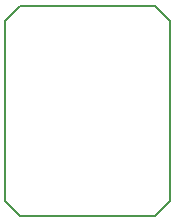
<source format=gm1>
G04 #@! TF.FileFunction,Profile,NP*
%FSLAX46Y46*%
G04 Gerber Fmt 4.6, Leading zero omitted, Abs format (unit mm)*
G04 Created by KiCad (PCBNEW 4.0.4-stable) date 10/18/16 01:23:19*
%MOMM*%
%LPD*%
G01*
G04 APERTURE LIST*
%ADD10C,0.100000*%
%ADD11C,0.150000*%
G04 APERTURE END LIST*
D10*
D11*
X141478000Y-92456000D02*
X141478000Y-107696000D01*
X128778000Y-108966000D02*
X140208000Y-108966000D01*
X127508000Y-107696000D02*
X128778000Y-108966000D01*
X127508000Y-92456000D02*
X127508000Y-107696000D01*
X128778000Y-91186000D02*
X127508000Y-92456000D01*
X140208000Y-91186000D02*
X128778000Y-91186000D01*
X141478000Y-92456000D02*
X140208000Y-91186000D01*
X141478000Y-107696000D02*
X140208000Y-108966000D01*
M02*

</source>
